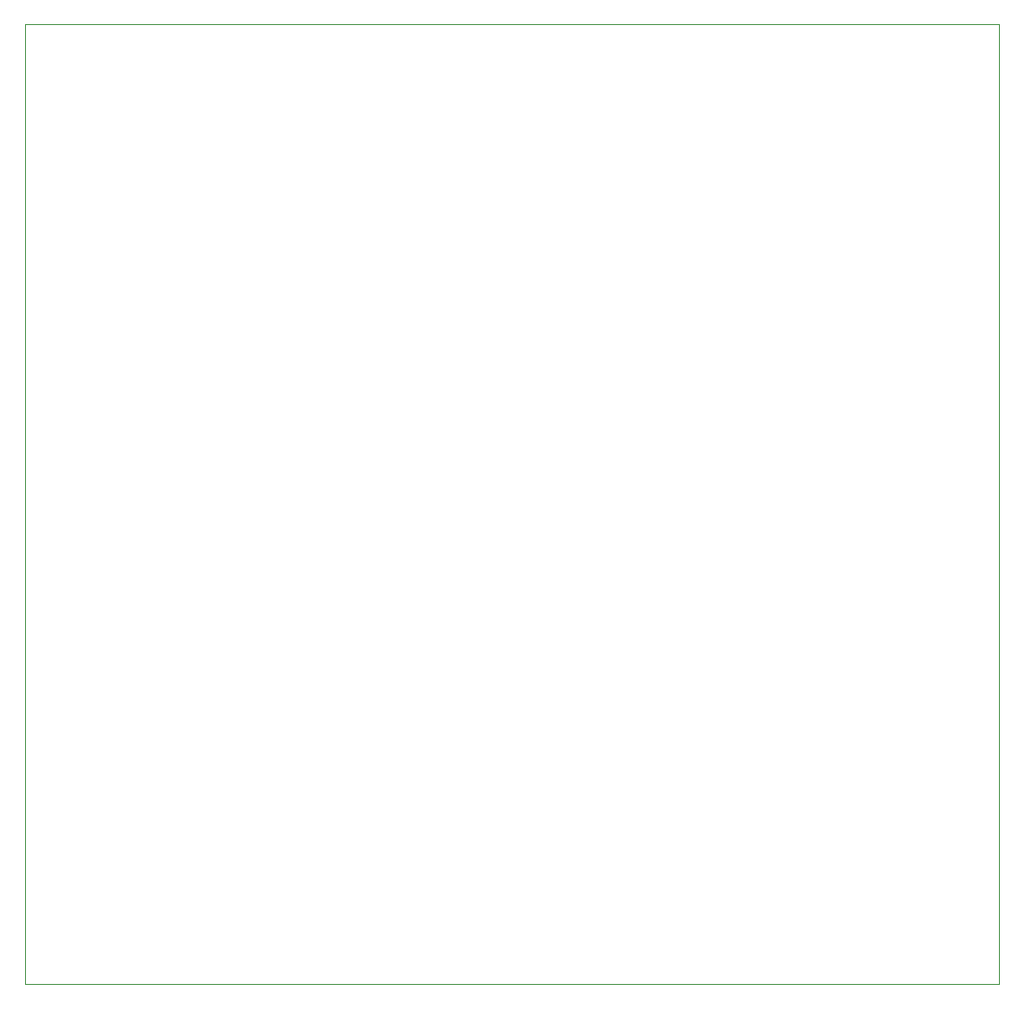
<source format=gbr>
%TF.GenerationSoftware,KiCad,Pcbnew,(5.1.7)-1*%
%TF.CreationDate,2021-01-27T22:35:06+01:00*%
%TF.ProjectId,plant-watering,706c616e-742d-4776-9174-6572696e672e,rev?*%
%TF.SameCoordinates,Original*%
%TF.FileFunction,Profile,NP*%
%FSLAX46Y46*%
G04 Gerber Fmt 4.6, Leading zero omitted, Abs format (unit mm)*
G04 Created by KiCad (PCBNEW (5.1.7)-1) date 2021-01-27 22:35:06*
%MOMM*%
%LPD*%
G01*
G04 APERTURE LIST*
%TA.AperFunction,Profile*%
%ADD10C,0.100000*%
%TD*%
G04 APERTURE END LIST*
D10*
X172720000Y-110490000D02*
X107950000Y-110490000D01*
X172720000Y-22860000D02*
X172720000Y-110490000D01*
X83820000Y-22860000D02*
X172720000Y-22860000D01*
X83820000Y-110490000D02*
X83820000Y-22860000D01*
X107950000Y-110490000D02*
X83820000Y-110490000D01*
M02*

</source>
